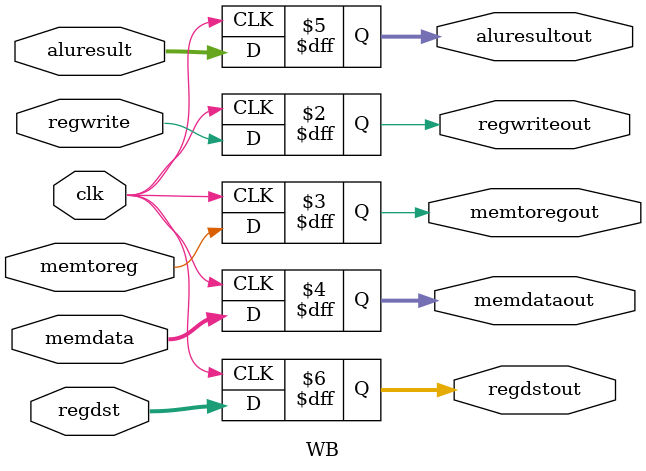
<source format=v>
`timescale 1ns / 1ps


module WB(
    input clk,
    input regwrite, memtoreg,
    input [15:0] memdata,
    input [15:0] aluresult,
    input [3:0] regdst,
    output reg regwriteout, memtoregout,
    output reg [15:0] memdataout,
    output reg [15:0] aluresultout,
    output reg [3:0] regdstout
    );
    
    always@(posedge clk) begin
    regwriteout <= regwrite;
    memtoregout <= memtoreg;
    memdataout <= memdata;
    aluresultout <= aluresult;
    regdstout <= regdst;

    end
endmodule
</source>
